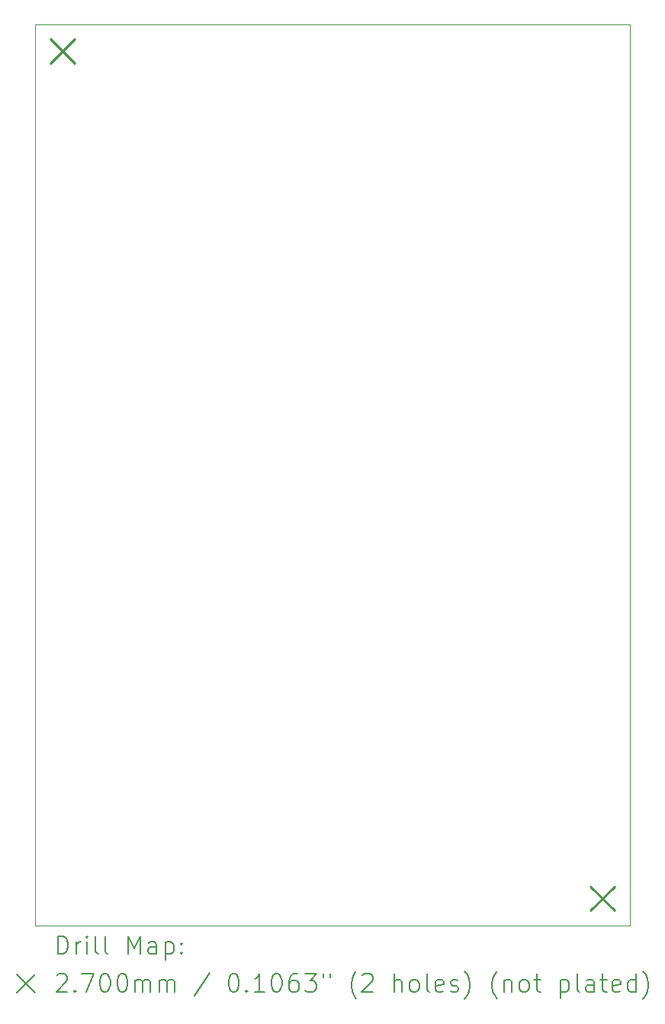
<source format=gbr>
%TF.GenerationSoftware,KiCad,Pcbnew,(6.0.8-1)-1*%
%TF.CreationDate,2023-02-02T10:16:15-05:00*%
%TF.ProjectId,protopcb,70726f74-6f70-4636-922e-6b696361645f,rev?*%
%TF.SameCoordinates,Original*%
%TF.FileFunction,Drillmap*%
%TF.FilePolarity,Positive*%
%FSLAX45Y45*%
G04 Gerber Fmt 4.5, Leading zero omitted, Abs format (unit mm)*
G04 Created by KiCad (PCBNEW (6.0.8-1)-1) date 2023-02-02 10:16:15*
%MOMM*%
%LPD*%
G01*
G04 APERTURE LIST*
%ADD10C,0.100000*%
%ADD11C,0.200000*%
%ADD12C,0.270000*%
G04 APERTURE END LIST*
D10*
X3200000Y-3100000D02*
X9800000Y-3100000D01*
X9800000Y-3100000D02*
X9800000Y-13100000D01*
X9800000Y-13100000D02*
X3200000Y-13100000D01*
X3200000Y-13100000D02*
X3200000Y-3100000D01*
D11*
D12*
X3365000Y-3265000D02*
X3635000Y-3535000D01*
X3635000Y-3265000D02*
X3365000Y-3535000D01*
X9365000Y-12665000D02*
X9635000Y-12935000D01*
X9635000Y-12665000D02*
X9365000Y-12935000D01*
D11*
X3452619Y-13415476D02*
X3452619Y-13215476D01*
X3500238Y-13215476D01*
X3528809Y-13225000D01*
X3547857Y-13244048D01*
X3557381Y-13263095D01*
X3566905Y-13301190D01*
X3566905Y-13329762D01*
X3557381Y-13367857D01*
X3547857Y-13386905D01*
X3528809Y-13405952D01*
X3500238Y-13415476D01*
X3452619Y-13415476D01*
X3652619Y-13415476D02*
X3652619Y-13282143D01*
X3652619Y-13320238D02*
X3662143Y-13301190D01*
X3671667Y-13291667D01*
X3690714Y-13282143D01*
X3709762Y-13282143D01*
X3776428Y-13415476D02*
X3776428Y-13282143D01*
X3776428Y-13215476D02*
X3766905Y-13225000D01*
X3776428Y-13234524D01*
X3785952Y-13225000D01*
X3776428Y-13215476D01*
X3776428Y-13234524D01*
X3900238Y-13415476D02*
X3881190Y-13405952D01*
X3871667Y-13386905D01*
X3871667Y-13215476D01*
X4005000Y-13415476D02*
X3985952Y-13405952D01*
X3976428Y-13386905D01*
X3976428Y-13215476D01*
X4233571Y-13415476D02*
X4233571Y-13215476D01*
X4300238Y-13358333D01*
X4366905Y-13215476D01*
X4366905Y-13415476D01*
X4547857Y-13415476D02*
X4547857Y-13310714D01*
X4538333Y-13291667D01*
X4519286Y-13282143D01*
X4481190Y-13282143D01*
X4462143Y-13291667D01*
X4547857Y-13405952D02*
X4528810Y-13415476D01*
X4481190Y-13415476D01*
X4462143Y-13405952D01*
X4452619Y-13386905D01*
X4452619Y-13367857D01*
X4462143Y-13348809D01*
X4481190Y-13339286D01*
X4528810Y-13339286D01*
X4547857Y-13329762D01*
X4643095Y-13282143D02*
X4643095Y-13482143D01*
X4643095Y-13291667D02*
X4662143Y-13282143D01*
X4700238Y-13282143D01*
X4719286Y-13291667D01*
X4728810Y-13301190D01*
X4738333Y-13320238D01*
X4738333Y-13377381D01*
X4728810Y-13396428D01*
X4719286Y-13405952D01*
X4700238Y-13415476D01*
X4662143Y-13415476D01*
X4643095Y-13405952D01*
X4824048Y-13396428D02*
X4833571Y-13405952D01*
X4824048Y-13415476D01*
X4814524Y-13405952D01*
X4824048Y-13396428D01*
X4824048Y-13415476D01*
X4824048Y-13291667D02*
X4833571Y-13301190D01*
X4824048Y-13310714D01*
X4814524Y-13301190D01*
X4824048Y-13291667D01*
X4824048Y-13310714D01*
X2995000Y-13645000D02*
X3195000Y-13845000D01*
X3195000Y-13645000D02*
X2995000Y-13845000D01*
X3443095Y-13654524D02*
X3452619Y-13645000D01*
X3471667Y-13635476D01*
X3519286Y-13635476D01*
X3538333Y-13645000D01*
X3547857Y-13654524D01*
X3557381Y-13673571D01*
X3557381Y-13692619D01*
X3547857Y-13721190D01*
X3433571Y-13835476D01*
X3557381Y-13835476D01*
X3643095Y-13816428D02*
X3652619Y-13825952D01*
X3643095Y-13835476D01*
X3633571Y-13825952D01*
X3643095Y-13816428D01*
X3643095Y-13835476D01*
X3719286Y-13635476D02*
X3852619Y-13635476D01*
X3766905Y-13835476D01*
X3966905Y-13635476D02*
X3985952Y-13635476D01*
X4005000Y-13645000D01*
X4014524Y-13654524D01*
X4024048Y-13673571D01*
X4033571Y-13711667D01*
X4033571Y-13759286D01*
X4024048Y-13797381D01*
X4014524Y-13816428D01*
X4005000Y-13825952D01*
X3985952Y-13835476D01*
X3966905Y-13835476D01*
X3947857Y-13825952D01*
X3938333Y-13816428D01*
X3928809Y-13797381D01*
X3919286Y-13759286D01*
X3919286Y-13711667D01*
X3928809Y-13673571D01*
X3938333Y-13654524D01*
X3947857Y-13645000D01*
X3966905Y-13635476D01*
X4157381Y-13635476D02*
X4176428Y-13635476D01*
X4195476Y-13645000D01*
X4205000Y-13654524D01*
X4214524Y-13673571D01*
X4224048Y-13711667D01*
X4224048Y-13759286D01*
X4214524Y-13797381D01*
X4205000Y-13816428D01*
X4195476Y-13825952D01*
X4176428Y-13835476D01*
X4157381Y-13835476D01*
X4138333Y-13825952D01*
X4128809Y-13816428D01*
X4119286Y-13797381D01*
X4109762Y-13759286D01*
X4109762Y-13711667D01*
X4119286Y-13673571D01*
X4128809Y-13654524D01*
X4138333Y-13645000D01*
X4157381Y-13635476D01*
X4309762Y-13835476D02*
X4309762Y-13702143D01*
X4309762Y-13721190D02*
X4319286Y-13711667D01*
X4338333Y-13702143D01*
X4366905Y-13702143D01*
X4385952Y-13711667D01*
X4395476Y-13730714D01*
X4395476Y-13835476D01*
X4395476Y-13730714D02*
X4405000Y-13711667D01*
X4424048Y-13702143D01*
X4452619Y-13702143D01*
X4471667Y-13711667D01*
X4481190Y-13730714D01*
X4481190Y-13835476D01*
X4576429Y-13835476D02*
X4576429Y-13702143D01*
X4576429Y-13721190D02*
X4585952Y-13711667D01*
X4605000Y-13702143D01*
X4633571Y-13702143D01*
X4652619Y-13711667D01*
X4662143Y-13730714D01*
X4662143Y-13835476D01*
X4662143Y-13730714D02*
X4671667Y-13711667D01*
X4690714Y-13702143D01*
X4719286Y-13702143D01*
X4738333Y-13711667D01*
X4747857Y-13730714D01*
X4747857Y-13835476D01*
X5138333Y-13625952D02*
X4966905Y-13883095D01*
X5395476Y-13635476D02*
X5414524Y-13635476D01*
X5433571Y-13645000D01*
X5443095Y-13654524D01*
X5452619Y-13673571D01*
X5462143Y-13711667D01*
X5462143Y-13759286D01*
X5452619Y-13797381D01*
X5443095Y-13816428D01*
X5433571Y-13825952D01*
X5414524Y-13835476D01*
X5395476Y-13835476D01*
X5376429Y-13825952D01*
X5366905Y-13816428D01*
X5357381Y-13797381D01*
X5347857Y-13759286D01*
X5347857Y-13711667D01*
X5357381Y-13673571D01*
X5366905Y-13654524D01*
X5376429Y-13645000D01*
X5395476Y-13635476D01*
X5547857Y-13816428D02*
X5557381Y-13825952D01*
X5547857Y-13835476D01*
X5538333Y-13825952D01*
X5547857Y-13816428D01*
X5547857Y-13835476D01*
X5747857Y-13835476D02*
X5633571Y-13835476D01*
X5690714Y-13835476D02*
X5690714Y-13635476D01*
X5671667Y-13664048D01*
X5652619Y-13683095D01*
X5633571Y-13692619D01*
X5871667Y-13635476D02*
X5890714Y-13635476D01*
X5909762Y-13645000D01*
X5919286Y-13654524D01*
X5928809Y-13673571D01*
X5938333Y-13711667D01*
X5938333Y-13759286D01*
X5928809Y-13797381D01*
X5919286Y-13816428D01*
X5909762Y-13825952D01*
X5890714Y-13835476D01*
X5871667Y-13835476D01*
X5852619Y-13825952D01*
X5843095Y-13816428D01*
X5833571Y-13797381D01*
X5824048Y-13759286D01*
X5824048Y-13711667D01*
X5833571Y-13673571D01*
X5843095Y-13654524D01*
X5852619Y-13645000D01*
X5871667Y-13635476D01*
X6109762Y-13635476D02*
X6071667Y-13635476D01*
X6052619Y-13645000D01*
X6043095Y-13654524D01*
X6024048Y-13683095D01*
X6014524Y-13721190D01*
X6014524Y-13797381D01*
X6024048Y-13816428D01*
X6033571Y-13825952D01*
X6052619Y-13835476D01*
X6090714Y-13835476D01*
X6109762Y-13825952D01*
X6119286Y-13816428D01*
X6128809Y-13797381D01*
X6128809Y-13749762D01*
X6119286Y-13730714D01*
X6109762Y-13721190D01*
X6090714Y-13711667D01*
X6052619Y-13711667D01*
X6033571Y-13721190D01*
X6024048Y-13730714D01*
X6014524Y-13749762D01*
X6195476Y-13635476D02*
X6319286Y-13635476D01*
X6252619Y-13711667D01*
X6281190Y-13711667D01*
X6300238Y-13721190D01*
X6309762Y-13730714D01*
X6319286Y-13749762D01*
X6319286Y-13797381D01*
X6309762Y-13816428D01*
X6300238Y-13825952D01*
X6281190Y-13835476D01*
X6224048Y-13835476D01*
X6205000Y-13825952D01*
X6195476Y-13816428D01*
X6395476Y-13635476D02*
X6395476Y-13673571D01*
X6471667Y-13635476D02*
X6471667Y-13673571D01*
X6766905Y-13911667D02*
X6757381Y-13902143D01*
X6738333Y-13873571D01*
X6728809Y-13854524D01*
X6719286Y-13825952D01*
X6709762Y-13778333D01*
X6709762Y-13740238D01*
X6719286Y-13692619D01*
X6728809Y-13664048D01*
X6738333Y-13645000D01*
X6757381Y-13616428D01*
X6766905Y-13606905D01*
X6833571Y-13654524D02*
X6843095Y-13645000D01*
X6862143Y-13635476D01*
X6909762Y-13635476D01*
X6928809Y-13645000D01*
X6938333Y-13654524D01*
X6947857Y-13673571D01*
X6947857Y-13692619D01*
X6938333Y-13721190D01*
X6824048Y-13835476D01*
X6947857Y-13835476D01*
X7185952Y-13835476D02*
X7185952Y-13635476D01*
X7271667Y-13835476D02*
X7271667Y-13730714D01*
X7262143Y-13711667D01*
X7243095Y-13702143D01*
X7214524Y-13702143D01*
X7195476Y-13711667D01*
X7185952Y-13721190D01*
X7395476Y-13835476D02*
X7376428Y-13825952D01*
X7366905Y-13816428D01*
X7357381Y-13797381D01*
X7357381Y-13740238D01*
X7366905Y-13721190D01*
X7376428Y-13711667D01*
X7395476Y-13702143D01*
X7424048Y-13702143D01*
X7443095Y-13711667D01*
X7452619Y-13721190D01*
X7462143Y-13740238D01*
X7462143Y-13797381D01*
X7452619Y-13816428D01*
X7443095Y-13825952D01*
X7424048Y-13835476D01*
X7395476Y-13835476D01*
X7576428Y-13835476D02*
X7557381Y-13825952D01*
X7547857Y-13806905D01*
X7547857Y-13635476D01*
X7728809Y-13825952D02*
X7709762Y-13835476D01*
X7671667Y-13835476D01*
X7652619Y-13825952D01*
X7643095Y-13806905D01*
X7643095Y-13730714D01*
X7652619Y-13711667D01*
X7671667Y-13702143D01*
X7709762Y-13702143D01*
X7728809Y-13711667D01*
X7738333Y-13730714D01*
X7738333Y-13749762D01*
X7643095Y-13768809D01*
X7814524Y-13825952D02*
X7833571Y-13835476D01*
X7871667Y-13835476D01*
X7890714Y-13825952D01*
X7900238Y-13806905D01*
X7900238Y-13797381D01*
X7890714Y-13778333D01*
X7871667Y-13768809D01*
X7843095Y-13768809D01*
X7824048Y-13759286D01*
X7814524Y-13740238D01*
X7814524Y-13730714D01*
X7824048Y-13711667D01*
X7843095Y-13702143D01*
X7871667Y-13702143D01*
X7890714Y-13711667D01*
X7966905Y-13911667D02*
X7976428Y-13902143D01*
X7995476Y-13873571D01*
X8005000Y-13854524D01*
X8014524Y-13825952D01*
X8024048Y-13778333D01*
X8024048Y-13740238D01*
X8014524Y-13692619D01*
X8005000Y-13664048D01*
X7995476Y-13645000D01*
X7976428Y-13616428D01*
X7966905Y-13606905D01*
X8328809Y-13911667D02*
X8319286Y-13902143D01*
X8300238Y-13873571D01*
X8290714Y-13854524D01*
X8281190Y-13825952D01*
X8271667Y-13778333D01*
X8271667Y-13740238D01*
X8281190Y-13692619D01*
X8290714Y-13664048D01*
X8300238Y-13645000D01*
X8319286Y-13616428D01*
X8328809Y-13606905D01*
X8405000Y-13702143D02*
X8405000Y-13835476D01*
X8405000Y-13721190D02*
X8414524Y-13711667D01*
X8433571Y-13702143D01*
X8462143Y-13702143D01*
X8481190Y-13711667D01*
X8490714Y-13730714D01*
X8490714Y-13835476D01*
X8614524Y-13835476D02*
X8595476Y-13825952D01*
X8585952Y-13816428D01*
X8576429Y-13797381D01*
X8576429Y-13740238D01*
X8585952Y-13721190D01*
X8595476Y-13711667D01*
X8614524Y-13702143D01*
X8643095Y-13702143D01*
X8662143Y-13711667D01*
X8671667Y-13721190D01*
X8681190Y-13740238D01*
X8681190Y-13797381D01*
X8671667Y-13816428D01*
X8662143Y-13825952D01*
X8643095Y-13835476D01*
X8614524Y-13835476D01*
X8738333Y-13702143D02*
X8814524Y-13702143D01*
X8766905Y-13635476D02*
X8766905Y-13806905D01*
X8776429Y-13825952D01*
X8795476Y-13835476D01*
X8814524Y-13835476D01*
X9033571Y-13702143D02*
X9033571Y-13902143D01*
X9033571Y-13711667D02*
X9052619Y-13702143D01*
X9090714Y-13702143D01*
X9109762Y-13711667D01*
X9119286Y-13721190D01*
X9128810Y-13740238D01*
X9128810Y-13797381D01*
X9119286Y-13816428D01*
X9109762Y-13825952D01*
X9090714Y-13835476D01*
X9052619Y-13835476D01*
X9033571Y-13825952D01*
X9243095Y-13835476D02*
X9224048Y-13825952D01*
X9214524Y-13806905D01*
X9214524Y-13635476D01*
X9405000Y-13835476D02*
X9405000Y-13730714D01*
X9395476Y-13711667D01*
X9376429Y-13702143D01*
X9338333Y-13702143D01*
X9319286Y-13711667D01*
X9405000Y-13825952D02*
X9385952Y-13835476D01*
X9338333Y-13835476D01*
X9319286Y-13825952D01*
X9309762Y-13806905D01*
X9309762Y-13787857D01*
X9319286Y-13768809D01*
X9338333Y-13759286D01*
X9385952Y-13759286D01*
X9405000Y-13749762D01*
X9471667Y-13702143D02*
X9547857Y-13702143D01*
X9500238Y-13635476D02*
X9500238Y-13806905D01*
X9509762Y-13825952D01*
X9528810Y-13835476D01*
X9547857Y-13835476D01*
X9690714Y-13825952D02*
X9671667Y-13835476D01*
X9633571Y-13835476D01*
X9614524Y-13825952D01*
X9605000Y-13806905D01*
X9605000Y-13730714D01*
X9614524Y-13711667D01*
X9633571Y-13702143D01*
X9671667Y-13702143D01*
X9690714Y-13711667D01*
X9700238Y-13730714D01*
X9700238Y-13749762D01*
X9605000Y-13768809D01*
X9871667Y-13835476D02*
X9871667Y-13635476D01*
X9871667Y-13825952D02*
X9852619Y-13835476D01*
X9814524Y-13835476D01*
X9795476Y-13825952D01*
X9785952Y-13816428D01*
X9776429Y-13797381D01*
X9776429Y-13740238D01*
X9785952Y-13721190D01*
X9795476Y-13711667D01*
X9814524Y-13702143D01*
X9852619Y-13702143D01*
X9871667Y-13711667D01*
X9947857Y-13911667D02*
X9957381Y-13902143D01*
X9976429Y-13873571D01*
X9985952Y-13854524D01*
X9995476Y-13825952D01*
X10005000Y-13778333D01*
X10005000Y-13740238D01*
X9995476Y-13692619D01*
X9985952Y-13664048D01*
X9976429Y-13645000D01*
X9957381Y-13616428D01*
X9947857Y-13606905D01*
M02*

</source>
